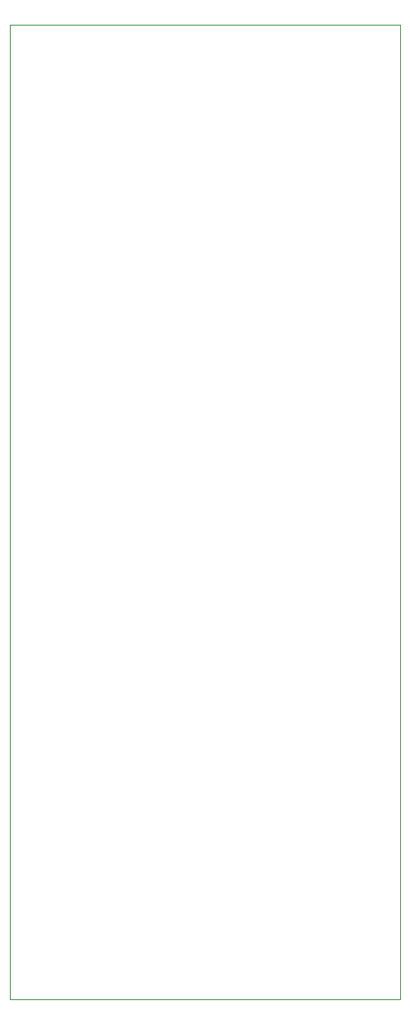
<source format=gbr>
G04 #@! TF.GenerationSoftware,KiCad,Pcbnew,8.0.4*
G04 #@! TF.CreationDate,2024-08-08T18:06:32+01:00*
G04 #@! TF.ProjectId,MidiMonger_components,4d696469-4d6f-46e6-9765-725f636f6d70,rev?*
G04 #@! TF.SameCoordinates,Original*
G04 #@! TF.FileFunction,Profile,NP*
%FSLAX46Y46*%
G04 Gerber Fmt 4.6, Leading zero omitted, Abs format (unit mm)*
G04 Created by KiCad (PCBNEW 8.0.4) date 2024-08-08 18:06:32*
%MOMM*%
%LPD*%
G01*
G04 APERTURE LIST*
G04 #@! TA.AperFunction,Profile*
%ADD10C,0.100000*%
G04 #@! TD*
G04 APERTURE END LIST*
D10*
X100000000Y-50000000D02*
X140000000Y-50000000D01*
X140000000Y-150000000D01*
X100000000Y-150000000D01*
X100000000Y-50000000D01*
M02*

</source>
